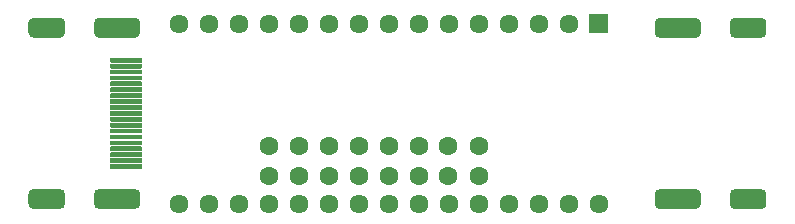
<source format=gbr>
G04 #@! TF.GenerationSoftware,KiCad,Pcbnew,(5.1.10-1-10_14)*
G04 #@! TF.CreationDate,2021-11-28T23:58:15-05:00*
G04 #@! TF.ProjectId,SNAC Sniffer LONG,534e4143-2053-46e6-9966-666572204c4f,1*
G04 #@! TF.SameCoordinates,Original*
G04 #@! TF.FileFunction,Soldermask,Bot*
G04 #@! TF.FilePolarity,Negative*
%FSLAX46Y46*%
G04 Gerber Fmt 4.6, Leading zero omitted, Abs format (unit mm)*
G04 Created by KiCad (PCBNEW (5.1.10-1-10_14)) date 2021-11-28 23:58:15*
%MOMM*%
%LPD*%
G01*
G04 APERTURE LIST*
%ADD10C,1.601600*%
%ADD11C,1.609600*%
G04 APERTURE END LIST*
D10*
X122800000Y-112010000D03*
X122800000Y-114550000D03*
X125340000Y-112010000D03*
X125340000Y-114550000D03*
X127880000Y-112010000D03*
X127880000Y-114550000D03*
X130420000Y-112010000D03*
X130420000Y-114550000D03*
X132960000Y-112010000D03*
X132960000Y-114550000D03*
G36*
G01*
X105145400Y-102890800D02*
X102894600Y-102890800D01*
G75*
G02*
X102469200Y-102465400I0J425400D01*
G01*
X102469200Y-101614600D01*
G75*
G02*
X102894600Y-101189200I425400J0D01*
G01*
X105145400Y-101189200D01*
G75*
G02*
X105570800Y-101614600I0J-425400D01*
G01*
X105570800Y-102465400D01*
G75*
G02*
X105145400Y-102890800I-425400J0D01*
G01*
G37*
G36*
G01*
X105145400Y-117390800D02*
X102894600Y-117390800D01*
G75*
G02*
X102469200Y-116965400I0J425400D01*
G01*
X102469200Y-116114600D01*
G75*
G02*
X102894600Y-115689200I425400J0D01*
G01*
X105145400Y-115689200D01*
G75*
G02*
X105570800Y-116114600I0J-425400D01*
G01*
X105570800Y-116965400D01*
G75*
G02*
X105145400Y-117390800I-425400J0D01*
G01*
G37*
G36*
G01*
X111505400Y-117390800D02*
X108454600Y-117390800D01*
G75*
G02*
X108029200Y-116965400I0J425400D01*
G01*
X108029200Y-116114600D01*
G75*
G02*
X108454600Y-115689200I425400J0D01*
G01*
X111505400Y-115689200D01*
G75*
G02*
X111930800Y-116114600I0J-425400D01*
G01*
X111930800Y-116965400D01*
G75*
G02*
X111505400Y-117390800I-425400J0D01*
G01*
G37*
G36*
G01*
X111505400Y-102890800D02*
X108454600Y-102890800D01*
G75*
G02*
X108029200Y-102465400I0J425400D01*
G01*
X108029200Y-101614600D01*
G75*
G02*
X108454600Y-101189200I425400J0D01*
G01*
X111505400Y-101189200D01*
G75*
G02*
X111930800Y-101614600I0J-425400D01*
G01*
X111930800Y-102465400D01*
G75*
G02*
X111505400Y-102890800I-425400J0D01*
G01*
G37*
G36*
G01*
X112040000Y-113990800D02*
X109440000Y-113990800D01*
G75*
G02*
X109389200Y-113940000I0J50800D01*
G01*
X109389200Y-113640000D01*
G75*
G02*
X109440000Y-113589200I50800J0D01*
G01*
X112040000Y-113589200D01*
G75*
G02*
X112090800Y-113640000I0J-50800D01*
G01*
X112090800Y-113940000D01*
G75*
G02*
X112040000Y-113990800I-50800J0D01*
G01*
G37*
G36*
G01*
X112040000Y-113490800D02*
X109440000Y-113490800D01*
G75*
G02*
X109389200Y-113440000I0J50800D01*
G01*
X109389200Y-113140000D01*
G75*
G02*
X109440000Y-113089200I50800J0D01*
G01*
X112040000Y-113089200D01*
G75*
G02*
X112090800Y-113140000I0J-50800D01*
G01*
X112090800Y-113440000D01*
G75*
G02*
X112040000Y-113490800I-50800J0D01*
G01*
G37*
G36*
G01*
X112040000Y-112990800D02*
X109440000Y-112990800D01*
G75*
G02*
X109389200Y-112940000I0J50800D01*
G01*
X109389200Y-112640000D01*
G75*
G02*
X109440000Y-112589200I50800J0D01*
G01*
X112040000Y-112589200D01*
G75*
G02*
X112090800Y-112640000I0J-50800D01*
G01*
X112090800Y-112940000D01*
G75*
G02*
X112040000Y-112990800I-50800J0D01*
G01*
G37*
G36*
G01*
X112040000Y-112490800D02*
X109440000Y-112490800D01*
G75*
G02*
X109389200Y-112440000I0J50800D01*
G01*
X109389200Y-112140000D01*
G75*
G02*
X109440000Y-112089200I50800J0D01*
G01*
X112040000Y-112089200D01*
G75*
G02*
X112090800Y-112140000I0J-50800D01*
G01*
X112090800Y-112440000D01*
G75*
G02*
X112040000Y-112490800I-50800J0D01*
G01*
G37*
G36*
G01*
X112040000Y-111990800D02*
X109440000Y-111990800D01*
G75*
G02*
X109389200Y-111940000I0J50800D01*
G01*
X109389200Y-111640000D01*
G75*
G02*
X109440000Y-111589200I50800J0D01*
G01*
X112040000Y-111589200D01*
G75*
G02*
X112090800Y-111640000I0J-50800D01*
G01*
X112090800Y-111940000D01*
G75*
G02*
X112040000Y-111990800I-50800J0D01*
G01*
G37*
G36*
G01*
X112040000Y-111490800D02*
X109440000Y-111490800D01*
G75*
G02*
X109389200Y-111440000I0J50800D01*
G01*
X109389200Y-111140000D01*
G75*
G02*
X109440000Y-111089200I50800J0D01*
G01*
X112040000Y-111089200D01*
G75*
G02*
X112090800Y-111140000I0J-50800D01*
G01*
X112090800Y-111440000D01*
G75*
G02*
X112040000Y-111490800I-50800J0D01*
G01*
G37*
G36*
G01*
X112040000Y-110990800D02*
X109440000Y-110990800D01*
G75*
G02*
X109389200Y-110940000I0J50800D01*
G01*
X109389200Y-110640000D01*
G75*
G02*
X109440000Y-110589200I50800J0D01*
G01*
X112040000Y-110589200D01*
G75*
G02*
X112090800Y-110640000I0J-50800D01*
G01*
X112090800Y-110940000D01*
G75*
G02*
X112040000Y-110990800I-50800J0D01*
G01*
G37*
G36*
G01*
X112040000Y-110490800D02*
X109440000Y-110490800D01*
G75*
G02*
X109389200Y-110440000I0J50800D01*
G01*
X109389200Y-110140000D01*
G75*
G02*
X109440000Y-110089200I50800J0D01*
G01*
X112040000Y-110089200D01*
G75*
G02*
X112090800Y-110140000I0J-50800D01*
G01*
X112090800Y-110440000D01*
G75*
G02*
X112040000Y-110490800I-50800J0D01*
G01*
G37*
G36*
G01*
X112040000Y-109990800D02*
X109440000Y-109990800D01*
G75*
G02*
X109389200Y-109940000I0J50800D01*
G01*
X109389200Y-109640000D01*
G75*
G02*
X109440000Y-109589200I50800J0D01*
G01*
X112040000Y-109589200D01*
G75*
G02*
X112090800Y-109640000I0J-50800D01*
G01*
X112090800Y-109940000D01*
G75*
G02*
X112040000Y-109990800I-50800J0D01*
G01*
G37*
G36*
G01*
X112040000Y-109490800D02*
X109440000Y-109490800D01*
G75*
G02*
X109389200Y-109440000I0J50800D01*
G01*
X109389200Y-109140000D01*
G75*
G02*
X109440000Y-109089200I50800J0D01*
G01*
X112040000Y-109089200D01*
G75*
G02*
X112090800Y-109140000I0J-50800D01*
G01*
X112090800Y-109440000D01*
G75*
G02*
X112040000Y-109490800I-50800J0D01*
G01*
G37*
G36*
G01*
X112040000Y-108990800D02*
X109440000Y-108990800D01*
G75*
G02*
X109389200Y-108940000I0J50800D01*
G01*
X109389200Y-108640000D01*
G75*
G02*
X109440000Y-108589200I50800J0D01*
G01*
X112040000Y-108589200D01*
G75*
G02*
X112090800Y-108640000I0J-50800D01*
G01*
X112090800Y-108940000D01*
G75*
G02*
X112040000Y-108990800I-50800J0D01*
G01*
G37*
G36*
G01*
X112040000Y-108490800D02*
X109440000Y-108490800D01*
G75*
G02*
X109389200Y-108440000I0J50800D01*
G01*
X109389200Y-108140000D01*
G75*
G02*
X109440000Y-108089200I50800J0D01*
G01*
X112040000Y-108089200D01*
G75*
G02*
X112090800Y-108140000I0J-50800D01*
G01*
X112090800Y-108440000D01*
G75*
G02*
X112040000Y-108490800I-50800J0D01*
G01*
G37*
G36*
G01*
X112040000Y-107990800D02*
X109440000Y-107990800D01*
G75*
G02*
X109389200Y-107940000I0J50800D01*
G01*
X109389200Y-107640000D01*
G75*
G02*
X109440000Y-107589200I50800J0D01*
G01*
X112040000Y-107589200D01*
G75*
G02*
X112090800Y-107640000I0J-50800D01*
G01*
X112090800Y-107940000D01*
G75*
G02*
X112040000Y-107990800I-50800J0D01*
G01*
G37*
G36*
G01*
X112040000Y-107490800D02*
X109440000Y-107490800D01*
G75*
G02*
X109389200Y-107440000I0J50800D01*
G01*
X109389200Y-107140000D01*
G75*
G02*
X109440000Y-107089200I50800J0D01*
G01*
X112040000Y-107089200D01*
G75*
G02*
X112090800Y-107140000I0J-50800D01*
G01*
X112090800Y-107440000D01*
G75*
G02*
X112040000Y-107490800I-50800J0D01*
G01*
G37*
G36*
G01*
X112040000Y-106990800D02*
X109440000Y-106990800D01*
G75*
G02*
X109389200Y-106940000I0J50800D01*
G01*
X109389200Y-106640000D01*
G75*
G02*
X109440000Y-106589200I50800J0D01*
G01*
X112040000Y-106589200D01*
G75*
G02*
X112090800Y-106640000I0J-50800D01*
G01*
X112090800Y-106940000D01*
G75*
G02*
X112040000Y-106990800I-50800J0D01*
G01*
G37*
G36*
G01*
X112040000Y-106490800D02*
X109440000Y-106490800D01*
G75*
G02*
X109389200Y-106440000I0J50800D01*
G01*
X109389200Y-106140000D01*
G75*
G02*
X109440000Y-106089200I50800J0D01*
G01*
X112040000Y-106089200D01*
G75*
G02*
X112090800Y-106140000I0J-50800D01*
G01*
X112090800Y-106440000D01*
G75*
G02*
X112040000Y-106490800I-50800J0D01*
G01*
G37*
G36*
G01*
X112040000Y-105990800D02*
X109440000Y-105990800D01*
G75*
G02*
X109389200Y-105940000I0J50800D01*
G01*
X109389200Y-105640000D01*
G75*
G02*
X109440000Y-105589200I50800J0D01*
G01*
X112040000Y-105589200D01*
G75*
G02*
X112090800Y-105640000I0J-50800D01*
G01*
X112090800Y-105940000D01*
G75*
G02*
X112040000Y-105990800I-50800J0D01*
G01*
G37*
G36*
G01*
X112040000Y-105490800D02*
X109440000Y-105490800D01*
G75*
G02*
X109389200Y-105440000I0J50800D01*
G01*
X109389200Y-105140000D01*
G75*
G02*
X109440000Y-105089200I50800J0D01*
G01*
X112040000Y-105089200D01*
G75*
G02*
X112090800Y-105140000I0J-50800D01*
G01*
X112090800Y-105440000D01*
G75*
G02*
X112040000Y-105490800I-50800J0D01*
G01*
G37*
G36*
G01*
X112040000Y-104990800D02*
X109440000Y-104990800D01*
G75*
G02*
X109389200Y-104940000I0J50800D01*
G01*
X109389200Y-104640000D01*
G75*
G02*
X109440000Y-104589200I50800J0D01*
G01*
X112040000Y-104589200D01*
G75*
G02*
X112090800Y-104640000I0J-50800D01*
G01*
X112090800Y-104940000D01*
G75*
G02*
X112040000Y-104990800I-50800J0D01*
G01*
G37*
G36*
G01*
X164535400Y-102900800D02*
X162284600Y-102900800D01*
G75*
G02*
X161859200Y-102475400I0J425400D01*
G01*
X161859200Y-101624600D01*
G75*
G02*
X162284600Y-101199200I425400J0D01*
G01*
X164535400Y-101199200D01*
G75*
G02*
X164960800Y-101624600I0J-425400D01*
G01*
X164960800Y-102475400D01*
G75*
G02*
X164535400Y-102900800I-425400J0D01*
G01*
G37*
G36*
G01*
X164535400Y-117400800D02*
X162284600Y-117400800D01*
G75*
G02*
X161859200Y-116975400I0J425400D01*
G01*
X161859200Y-116124600D01*
G75*
G02*
X162284600Y-115699200I425400J0D01*
G01*
X164535400Y-115699200D01*
G75*
G02*
X164960800Y-116124600I0J-425400D01*
G01*
X164960800Y-116975400D01*
G75*
G02*
X164535400Y-117400800I-425400J0D01*
G01*
G37*
G36*
G01*
X158975400Y-117400800D02*
X155924600Y-117400800D01*
G75*
G02*
X155499200Y-116975400I0J425400D01*
G01*
X155499200Y-116124600D01*
G75*
G02*
X155924600Y-115699200I425400J0D01*
G01*
X158975400Y-115699200D01*
G75*
G02*
X159400800Y-116124600I0J-425400D01*
G01*
X159400800Y-116975400D01*
G75*
G02*
X158975400Y-117400800I-425400J0D01*
G01*
G37*
G36*
G01*
X158975400Y-102900800D02*
X155924600Y-102900800D01*
G75*
G02*
X155499200Y-102475400I0J425400D01*
G01*
X155499200Y-101624600D01*
G75*
G02*
X155924600Y-101199200I425400J0D01*
G01*
X158975400Y-101199200D01*
G75*
G02*
X159400800Y-101624600I0J-425400D01*
G01*
X159400800Y-102475400D01*
G75*
G02*
X158975400Y-102900800I-425400J0D01*
G01*
G37*
G36*
G01*
X149986000Y-100885200D02*
X151494000Y-100885200D01*
G75*
G02*
X151544800Y-100936000I0J-50800D01*
G01*
X151544800Y-102444000D01*
G75*
G02*
X151494000Y-102494800I-50800J0D01*
G01*
X149986000Y-102494800D01*
G75*
G02*
X149935200Y-102444000I0J50800D01*
G01*
X149935200Y-100936000D01*
G75*
G02*
X149986000Y-100885200I50800J0D01*
G01*
G37*
D11*
X148200000Y-101690000D03*
X145660000Y-101690000D03*
X143120000Y-101690000D03*
X140580000Y-101690000D03*
X138040000Y-101690000D03*
X135500000Y-101690000D03*
X132960000Y-101690000D03*
X130420000Y-101690000D03*
X127880000Y-101690000D03*
X125340000Y-101690000D03*
X122800000Y-101690000D03*
X120260000Y-101690000D03*
X117720000Y-101690000D03*
X115180000Y-101690000D03*
X115180000Y-116930000D03*
X117720000Y-116930000D03*
X120260000Y-116930000D03*
X122800000Y-116930000D03*
X125340000Y-116930000D03*
X127880000Y-116930000D03*
X130420000Y-116930000D03*
X132960000Y-116930000D03*
X135500000Y-116930000D03*
X138040000Y-116930000D03*
X140580000Y-116930000D03*
X143120000Y-116930000D03*
X145660000Y-116930000D03*
X148200000Y-116930000D03*
X150740000Y-116930000D03*
D10*
X135500000Y-112010000D03*
X135500000Y-114550000D03*
X138030000Y-112010000D03*
X138030000Y-114550000D03*
X140580000Y-112010000D03*
X140580000Y-114550000D03*
M02*

</source>
